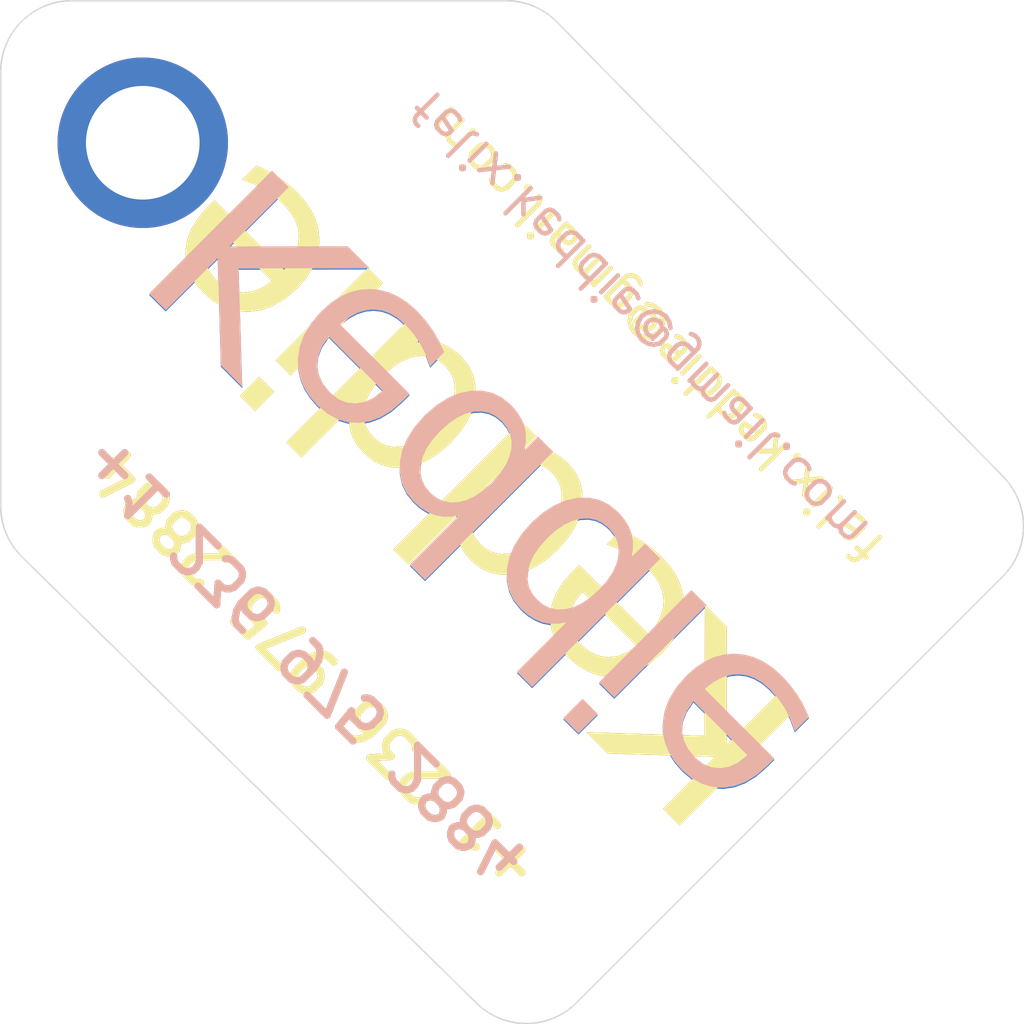
<source format=kicad_pcb>
(kicad_pcb
	(version 20241229)
	(generator "pcbnew")
	(generator_version "9.0")
	(general
		(thickness 1.6)
		(legacy_teardrops no)
	)
	(paper "A4")
	(layers
		(0 "F.Cu" signal)
		(2 "B.Cu" signal)
		(9 "F.Adhes" user "F.Adhesive")
		(11 "B.Adhes" user "B.Adhesive")
		(13 "F.Paste" user)
		(15 "B.Paste" user)
		(5 "F.SilkS" user "F.Silkscreen")
		(7 "B.SilkS" user "B.Silkscreen")
		(1 "F.Mask" user)
		(3 "B.Mask" user)
		(17 "Dwgs.User" user "User.Drawings")
		(19 "Cmts.User" user "User.Comments")
		(21 "Eco1.User" user "User.Eco1")
		(23 "Eco2.User" user "User.Eco2")
		(25 "Edge.Cuts" user)
		(27 "Margin" user)
		(31 "F.CrtYd" user "F.Courtyard")
		(29 "B.CrtYd" user "B.Courtyard")
		(35 "F.Fab" user)
		(33 "B.Fab" user)
		(39 "User.1" user)
		(41 "User.2" user)
		(43 "User.3" user)
		(45 "User.4" user)
		(47 "User.5" user)
		(49 "User.6" user)
		(51 "User.7" user)
		(53 "User.8" user)
		(55 "User.9" user)
	)
	(setup
		(pad_to_mask_clearance 0)
		(allow_soldermask_bridges_in_footprints no)
		(tenting front back)
		(pcbplotparams
			(layerselection 0x00000000_00000000_55555555_575555ff)
			(plot_on_all_layers_selection 0x00000000_00000000_00000000_00000000)
			(disableapertmacros no)
			(usegerberextensions yes)
			(usegerberattributes no)
			(usegerberadvancedattributes yes)
			(creategerberjobfile yes)
			(dashed_line_dash_ratio 12.000000)
			(dashed_line_gap_ratio 3.000000)
			(svgprecision 4)
			(plotframeref no)
			(mode 1)
			(useauxorigin no)
			(hpglpennumber 1)
			(hpglpenspeed 20)
			(hpglpendiameter 15.000000)
			(pdf_front_fp_property_popups yes)
			(pdf_back_fp_property_popups yes)
			(pdf_metadata yes)
			(pdf_single_document no)
			(dxfpolygonmode yes)
			(dxfimperialunits yes)
			(dxfusepcbnewfont yes)
			(psnegative no)
			(psa4output no)
			(plot_black_and_white yes)
			(sketchpadsonfab no)
			(plotpadnumbers no)
			(hidednponfab no)
			(sketchdnponfab yes)
			(crossoutdnponfab yes)
			(subtractmaskfromsilk no)
			(outputformat 1)
			(mirror no)
			(drillshape 0)
			(scaleselection 1)
			(outputdirectory "gerbers-small/")
		)
	)
	(net 0 "")
	(gr_arc
		(start 90.535534 120.535534)
		(mid 87 122)
		(end 83.464466 120.535534)
		(stroke
			(width 0.1)
			(type default)
		)
		(layer "Edge.Cuts")
		(uuid "1f006083-3d79-49cb-8f91-9f326c9f174e")
	)
	(gr_line
		(start 85.586583 50)
		(end 55 50)
		(stroke
			(width 0.1)
			(type default)
		)
		(layer "Edge.Cuts")
		(uuid "1f4520cb-013b-4e22-b3f6-f7778c8c377a")
	)
	(gr_line
		(start 51.464466 89.122117)
		(end 83.464466 120.535534)
		(stroke
			(width 0.1)
			(type default)
		)
		(layer "Edge.Cuts")
		(uuid "3ac818c4-e948-4456-b17d-21e0c39e1054")
	)
	(gr_arc
		(start 50 55)
		(mid 51.464466 51.464466)
		(end 55 50)
		(stroke
			(width 0.1)
			(type default)
		)
		(layer "Edge.Cuts")
		(uuid "65c34932-a135-4b4e-9bf7-96b2d8f9a30f")
	)
	(gr_arc
		(start 51.464466 89.122117)
		(mid 50.380602 87.5)
		(end 50 85.586583)
		(stroke
			(width 0.1)
			(type default)
		)
		(layer "Edge.Cuts")
		(uuid "669f6fe5-9198-46f8-9b79-a10903b37d83")
	)
	(gr_line
		(start 50 55)
		(end 50 85.586583)
		(stroke
			(width 0.1)
			(type default)
		)
		(layer "Edge.Cuts")
		(uuid "76db7aa7-3f2a-4bfa-9211-e0a4d81c12ba")
	)
	(gr_arc
		(start 85.586583 50)
		(mid 87.5 50.380602)
		(end 89.122117 51.464466)
		(stroke
			(width 0.1)
			(type default)
		)
		(layer "Edge.Cuts")
		(uuid "9069d2e9-55e8-4b96-9c5f-0799d96cc856")
	)
	(gr_line
		(start 120.535534 90.535534)
		(end 90.535534 120.535534)
		(stroke
			(width 0.1)
			(type default)
		)
		(layer "Edge.Cuts")
		(uuid "b8f5fd7a-e6c6-4a35-a96e-f1e5664bbdcb")
	)
	(gr_arc
		(start 120.535534 83.464466)
		(mid 122 87)
		(end 120.535534 90.535534)
		(stroke
			(width 0.1)
			(type default)
		)
		(layer "Edge.Cuts")
		(uuid "c3657e67-c73c-47ea-8fe7-b902f45a1dd1")
	)
	(gr_line
		(start 120.535534 83.464466)
		(end 89.122117 51.464466)
		(stroke
			(width 0.1)
			(type default)
		)
		(layer "Edge.Cuts")
		(uuid "fae08d36-5f1d-4a78-9d8d-4a718594e828")
	)
	(gr_text "Keddie"
		(at 84 84 135)
		(layer "F.Cu")
		(uuid "3991cf71-7535-4408-9bf5-bb77e9c48f7f")
		(effects
			(font
				(face "Comic Sans MS")
				(size 12 12)
				(thickness 0.15)
			)
		)
		(render_cache "Keddie" 135
			(polygon
				(pts
					(xy 99.838594 92.331577) (xy 100.166297 92.789761) (xy 100.455053 93.539175) (xy 100.679355 94.693686)
					(xy 100.798665 96.391026) (xy 100.785194 99.870702) (xy 100.866539 99.789358) (xy 103.910996 96.756299)
					(xy 104.214999 96.525358) (xy 104.479068 96.451153) (xy 104.728875 96.499944) (xy 104.989198 96.686353)
					(xy 105.162336 96.923762) (xy 105.241152 97.191129) (xy 105.227014 97.504461) (xy 105.099973 97.875443)
					(xy 104.87314 98.182676) (xy 100.732864 102.161299) (xy 96.59777 106.133704) (xy 96.324602 106.323436)
					(xy 96.009189 106.391727) (xy 95.694327 106.337672) (xy 95.426307 106.15702) (xy 95.241015 105.883836)
					(xy 95.1859 105.568438) (xy 95.254191 105.253025) (xy 95.443923 104.979857) (xy 97.265105 103.298567)
					(xy 99.086287 101.604841) (xy 97.501937 101.606112) (xy 95.480191 101.698102) (xy 91.885493 101.965451)
					(xy 91.498427 101.923342) (xy 91.219194 101.75095) (xy 91.044944 101.491302) (xy 90.981896 101.165477)
					(xy 91.039677 100.838001) (xy 91.225412 100.562389) (xy 91.562015 100.393553) (xy 92.554102 100.198698)
					(xy 94.761562 100.016811) (xy 96.92704 99.946914) (xy 99.109603 99.934949) (xy 99.110833 98.329144)
					(xy 99.030849 95.6553) (xy 98.932925 94.535648) (xy 98.811901 93.966667) (xy 98.602884 93.43983)
					(xy 98.477612 93.039576) (xy 98.519023 92.707576) (xy 98.718942 92.40774) (xy 98.939411 92.246708)
					(xy 99.217889 92.152309) (xy 99.56174 92.163007)
				)
			)
			(polygon
				(pts
					(xy 92.876334 86.657639) (xy 93.665226 86.88461) (xy 94.490594 87.260668) (xy 95.193854 87.704738)
					(xy 95.788989 88.215653) (xy 96.397616 88.914856) (xy 96.831389 89.605497) (xy 97.112319 90.294869)
					(xy 97.254225 90.992762) (xy 97.244425 91.769914) (xy 97.058324 92.503713) (xy 96.688394 93.213106)
					(xy 96.109185 93.911835) (xy 95.307226 94.614853) (xy 94.501107 95.13741) (xy 93.684268 95.499068)
					(xy 92.847637 95.712293) (xy 92.08944 95.774332) (xy 91.400801 95.702208) (xy 90.766156 95.503274)
					(xy 90.172719 95.174977) (xy 89.611476 94.705073) (xy 89.015996 94.028853) (xy 88.610733 93.400825)
					(xy 88.36385 92.810836) (xy 88.262282 92.244508) (xy 88.302733 91.814496) (xy 89.708364 91.814496)
					(xy 89.817409 92.423328) (xy 90.115296 93.038176) (xy 90.639421 93.677128) (xy 91.147318 94.061981)
					(xy 91.714567 94.268515) (xy 92.366306 94.303532) (xy 93.024255 94.178797) (xy 93.800528 93.876096)
					(xy 94.72374 93.34916) (xy 92.094294 92.419139) (xy 90.613416 91.973888) (xy 89.708364 91.814496)
					(xy 88.302733 91.814496) (xy 88.309657 91.740894) (xy 88.497806 91.277676) (xy 88.841036 90.838363)
					(xy 89.145423 90.60738) (xy 89.517774 90.459864) (xy 89.976795 90.399442) (xy 90.547196 90.442003)
					(xy 91.149872 90.591329) (xy 92.427962 91.019186) (xy 95.696246 92.179769) (xy 95.756673 91.644586)
					(xy 95.727844 91.136334) (xy 95.612311 90.647178) (xy 95.413302 90.183955) (xy 95.122065 89.728298)
					(xy 94.727366 89.276239) (xy 94.279038 88.896746) (xy 93.637766 88.488183) (xy 93.033801 88.20401)
					(xy 92.587679 88.094548) (xy 92.255947 88.108403) (xy 91.921923 88.14537) (xy 91.687901 88.1017)
					(xy 91.522811 87.994935) (xy 91.370496 87.767152) (xy 91.315046 87.478372) (xy 91.363285 87.189032)
					(xy 91.514003 86.960255) (xy 91.849662 86.730266) (xy 92.289553 86.62285)
				)
			)
			(polygon
				(pts
					(xy 86.729016 79.429458) (xy 86.967523 79.593145) (xy 87.122076 79.848701) (xy 87.136685 80.181118)
					(xy 86.973741 80.641814) (xy 87.675444 80.800125) (xy 88.304266 81.044909) (xy 88.879083 81.384662)
					(xy 89.396975 81.82364) (xy 89.931515 82.462576) (xy 90.299617 83.132438) (xy 90.516846 83.843561)
					(xy 90.587091 84.610593) (xy 90.507079 85.394021) (xy 90.273016 86.130553) (xy 89.878271 86.834552)
					(xy 89.304232 87.516195) (xy 88.478724 88.228575) (xy 87.661294 88.725537) (xy 86.842129 89.034672)
					(xy 86.00797 89.172098) (xy 85.158978 89.138833) (xy 84.377443 88.9323) (xy 83.644267 88.549924)
					(xy 82.945897 87.973174) (xy 82.527147 87.499769) (xy 82.261909 87.088468) (xy 82.117427 86.727102)
					(xy 81.972354 85.782056) (xy 79.617225 87.935984) (xy 78.47558 88.896459) (xy 78.075527 89.097757)
					(xy 77.742576 89.089411) (xy 77.428465 88.888688) (xy 77.229054 88.614587) (xy 77.173395 88.358219)
					(xy 77.241858 88.094667) (xy 77.463697 87.798569) (xy 78.549002 86.797577) (xy 80.474556 85.141346)
					(xy 83.33664 85.141346) (xy 83.375416 85.74786) (xy 83.595014 86.31234) (xy 84.016845 86.855595)
					(xy 84.540795 87.298556) (xy 85.047433 87.579605) (xy 85.546582 87.723789) (xy 86.050974 87.743648)
					(xy 86.545361 87.646845) (xy 87.07111 87.424981) (xy 87.63998 87.055072) (xy 88.262299 86.505348)
					(xy 88.676767 85.972334) (xy 88.923896 85.376416) (xy 89.010978 84.6966) (xy 88.931935 84.015599)
					(xy 88.697092 83.430339) (xy 88.302712 82.917904) (xy 87.793024 82.503314) (xy 87.301191 82.273884)
					(xy 86.934459 82.195361) (xy 86.179985 82.108086) (xy 85.832846 82.118449) (xy 84.854123 83.132404)
					(xy 84.18057 83.794558) (xy 83.489402 84.461893) (xy 83.33664 85.141346) (xy 80.474556 85.141346)
					(xy 81.25787 84.467592) (xy 82.163563 83.666074) (xy 83.033459 82.83086) (xy 84.794591 80.96481)
					(xy 85.772745 79.733036) (xy 85.894502 79.587445) (xy 86.148497 79.415533) (xy 86.439562 79.366727)
				)
			)
			(polygon
				(pts
					(xy 79.75723 72.457671) (xy 79.995737 72.621358) (xy 80.150289 72.876915) (xy 80.164898 73.209331)
					(xy 80.001954 73.670028) (xy 80.703657 73.828338) (xy 81.332479 74.073123) (xy 81.907296 74.412875)
					(xy 82.425189 74.851853) (xy 82.959729 75.490789) (xy 83.32783 76.160651) (xy 83.54506 76.871775)
					(xy 83.615304 77.638806) (xy 83.535292 78.422234) (xy 83.30123 79.158767) (xy 82.906485 79.862765)
					(xy 82.332446 80.544408) (xy 81.506938 81.256788) (xy 80.689508 81.75375) (xy 79.870342 82.062885)
					(xy 79.036183 82.200311) (xy 78.187191 82.167047) (xy 77.405656 81.960513) (xy 76.67248 81.578137)
					(xy 75.97411 81.001388) (xy 75.55536 80.527982) (xy 75.290122 80.116682) (xy 75.14564 79.755315)
					(xy 75.000568 78.810269) (xy 72.645439 80.964197) (xy 71.503794 81.924673) (xy 71.10374 82.125971)
					(xy 70.770789 82.117624) (xy 70.456679 81.916901) (xy 70.257267 81.642801) (xy 70.201609 81.386433)
					(xy 70.270071 81.122881) (xy 70.491911 80.826782) (xy 71.577215 79.825791) (xy 73.502771 78.169559)
					(xy 76.364853 78.169559) (xy 76.403629 78.776074) (xy 76.623227 79.340554) (xy 77.045059 79.883809)
					(xy 77.569008 80.326769) (xy 78.075646 80.607818) (xy 78.574796 80.752002) (xy 79.079187 80.771862)
					(xy 79.573575 80.675058) (xy 80.099324 80.453195) (xy 80.668193 80.083285) (xy 81.290512 79.533561)
					(xy 81.70498 79.000547) (xy 81.952109 78.404629) (xy 82.039191 77.724814) (xy 81.960149 77.043812)
					(xy 81.725305 76.458552) (xy 81.330925 75.946117) (xy 80.821237 75.531528) (xy 80.329404 75.302097)
					(xy 79.962673 75.223574) (xy 79.208198 75.1363) (xy 78.86106 75.146662) (xy 77.882336 76.160617)
					(xy 77.208784 76.822771) (xy 76.517615 77.490107) (xy 76.364853 78.169559) (xy 73.502771 78.169559)
					(xy 74.286084 77.495806) (xy 75.191776 76.694287) (xy 76.061672 75.859073) (xy 77.822805 73.993024)
					(xy 78.800958 72.76125) (xy 78.922716 72.615659) (xy 79.17671 72.443747) (xy 79.467775 72.394941)
				)
			)
			(polygon
				(pts
					(xy 69.343763 76.957482) (xy 69.553077 77.265722) (xy 69.626137 77.63777) (xy 69.557945 78.010112)
					(xy 69.347908 78.321167) (xy 69.036926 78.531098) (xy 68.665029 78.598878) (xy 68.292535 78.526184)
					(xy 67.984223 78.317022) (xy 67.775694 78.009143) (xy 67.705476 77.639324) (xy 67.775082 77.269658)
					(xy 67.985777 76.959036) (xy 68.296472 76.748235) (xy 68.666583 76.678217) (xy 69.035957 76.7488)
				)
			)
			(polygon
				(pts
					(xy 73.781956 71.998063) (xy 74.803165 70.936441) (xy 75.823338 69.874818) (xy 76.09929 69.679619)
					(xy 76.39793 69.613169) (xy 76.696041 69.670643) (xy 76.971486 69.862383) (xy 77.159619 70.13357)
					(xy 77.218628 70.433867) (xy 77.153971 70.734722) (xy 76.959569 71.011049) (xy 75.938878 72.072154)
					(xy 74.917669 73.133776) (xy 73.5001 74.436323) (xy 72.082013 75.738352) (xy 71.800598 75.93734)
					(xy 71.499649 76.002592) (xy 71.198908 75.943943) (xy 70.927647 75.755968) (xy 70.740203 75.485249)
					(xy 70.68206 75.185003) (xy 70.746954 74.88361) (xy 70.945781 74.602121) (xy 72.363869 73.300092)
				)
			)
			(polygon
				(pts
					(xy 69.100966 62.882271) (xy 69.889858 63.109242) (xy 70.715227 63.485301) (xy 71.418487 63.929371)
					(xy 72.013621 64.440286) (xy 72.622248 65.139488) (xy 73.056022 65.83013) (xy 73.336952 66.519501)
					(xy 73.478857 67.217394) (xy 73.469057 67.994546) (xy 73.282957 68.728346) (xy 72.913027 69.437738)
					(xy 72.333818 70.136467) (xy 71.531859 70.839485) (xy 70.725739 71.362043) (xy 69.908901 71.7237)
					(xy 69.072269 71.936925) (xy 68.314073 71.998964) (xy 67.625433 71.92684) (xy 66.990788 71.727906)
					(xy 66.397352 71.39961) (xy 65.836108 70.929705) (xy 65.240628 70.253486) (xy 64.835366 69.625457)
					(xy 64.588482 69.035468) (xy 64.486915 68.46914) (xy 64.527365 68.039128) (xy 65.932996 68.039128)
					(xy 66.042041 68.647961) (xy 66.339928 69.262808) (xy 66.864053 69.90176) (xy 67.37195 70.286614)
					(xy 67.9392 70.493148) (xy 68.590938 70.528164) (xy 69.248887 70.403429) (xy 70.02516 70.100729)
					(xy 70.948372 69.573792) (xy 68.318927 68.643771) (xy 66.838049 68.19852) (xy 65.932996 68.039128)
					(xy 64.527365 68.039128) (xy 64.534289 67.965527) (xy 64.722438 67.502309) (xy 65.065668 67.062995)
					(xy 65.370055 66.832013) (xy 65.742406 66.684496) (xy 66.201427 66.624074) (xy 66.771828 66.666636)
					(xy 67.374504 66.815961) (xy 68.652594 67.243818) (xy 71.920878 68.404401) (xy 71.981306 67.869219)
					(xy 71.952476 67.360967) (xy 71.836943 66.87181) (xy 71.637934 66.408587) (xy 71.346697 65.952931)
					(xy 70.951999 65.500872) (xy 70.50367 65.121379) (xy 69.862398 64.712815) (xy 69.258434 64.428643)
					(xy 68.812311 64.31918) (xy 68.480579 64.333035) (xy 68.146556 64.370002) (xy 67.912533 64.326332)
					(xy 67.747443 64.219568) (xy 67.595129 63.991785) (xy 67.539678 63.703005) (xy 67.587918 63.413664)
					(xy 67.738635 63.184887) (xy 68.074294 62.954898) (xy 68.514186 62.847483)
				)
			)
		)
	)
	(gr_text " +1 236 975 2884"
		(at 73 98 135)
		(layer "F.Cu")
		(uuid "58fca607-0bb4-4ee8-9a9a-19d8a69cb77d")
		(effects
			(font
				(size 3 3)
				(thickness 0.5)
				(bold yes)
			)
		)
	)
	(gr_text "felix.keddie@gmail.com"
		(at 96 73.5 135)
		(layer "F.Cu")
		(uuid "bbb8830a-86ef-402d-974d-79238d173666")
		(effects
			(font
				(size 2.5 2.5)
				(thickness 0.3)
			)
		)
	)
	(gr_text "Keddie"
		(at 84.5 84.5 135)
		(layer "B.Cu")
		(uuid "2ceb8c3d-2104-471a-b033-3f38714934ed")
		(effects
			(font
				(face "Comic Sans MS")
				(size 12 12)
				(thickness 0.15)
			)
			(justify mirror)
		)
		(render_cache "Keddie" 135
			(polygon
				(pts
					(xy 76.168422 68.661405) (xy 75.710238 68.333702) (xy 74.960824 68.044946) (xy 73.806313 67.820644)
					(xy 72.108973 67.701334) (xy 68.629297 67.714805) (xy 68.710641 67.63346) (xy 71.7437 64.589003)
					(xy 71.974641 64.285) (xy 72.048846 64.020931) (xy 72.000055 63.771124) (xy 71.813646 63.510801)
					(xy 71.576237 63.337663) (xy 71.30887 63.258847) (xy 70.995538 63.272985) (xy 70.624556 63.400026)
					(xy 70.317323 63.626859) (xy 66.3387 67.767135) (xy 62.366295 71.902229) (xy 62.176563 72.175397)
					(xy 62.108272 72.49081) (xy 62.162327 72.805672) (xy 62.342979 73.073692) (xy 62.616163 73.258984)
					(xy 62.931561 73.314099) (xy 63.246974 73.245808) (xy 63.520142 73.056076) (xy 65.201432 71.234894)
					(xy 66.895158 69.413712) (xy 66.893887 70.998062) (xy 66.801897 73.019808) (xy 66.534548 76.614506)
					(xy 66.576657 77.001572) (xy 66.749049 77.280805) (xy 67.008697 77.455055) (xy 67.334522 77.518103)
					(xy 67.661998 77.460322) (xy 67.93761 77.274587) (xy 68.106446 76.937984) (xy 68.301301 75.945897)
					(xy 68.483188 73.738437) (xy 68.553085 71.572959) (xy 68.56505 69.390396) (xy 70.170855 69.389166)
					(xy 72.844699 69.46915) (xy 73.964351 69.567074) (xy 74.533332 69.688098) (xy 75.060169 69.897115)
					(xy 75.460423 70.022387) (xy 75.792423 69.980976) (xy 76.092259 69.781057) (xy 76.253291 69.560588)
					(xy 76.34769 69.28211) (xy 76.336992 68.938259)
				)
			)
			(polygon
				(pts
					(xy 78.20513 71.38768) (xy 78.894502 71.66861) (xy 79.585143 72.102383) (xy 80.284346 72.71101)
					(xy 80.795261 73.306145) (xy 81.239331 74.009405) (xy 81.615389 74.834773) (xy 81.84236 75.623665)
					(xy 81.877149 76.210446) (xy 81.769733 76.650337) (xy 81.539744 76.985996) (xy 81.310967 77.136714)
					(xy 81.021627 77.184953) (xy 80.732847 77.129503) (xy 80.505064 76.977188) (xy 80.398299 76.812098)
					(xy 80.354629 76.578076) (xy 80.391596 76.244052) (xy 80.405451 75.91232) (xy 80.295989 75.466198)
					(xy 80.011816 74.862233) (xy 79.603253 74.220961) (xy 79.22376 73.772633) (xy 78.771701 73.377934)
					(xy 78.316044 73.086697) (xy 77.852821 72.887688) (xy 77.363665 72.772155) (xy 76.855413 72.743326)
					(xy 76.32023 72.803753) (xy 77.480813 76.072037) (xy 77.90867 77.350127) (xy 78.057996 77.952803)
					(xy 78.100557 78.523204) (xy 78.040135 78.982225) (xy 77.892619 79.354576) (xy 77.661636 79.658963)
					(xy 77.222323 80.002193) (xy 76.759105 80.190342) (xy 76.255491 80.237717) (xy 75.689163 80.136149)
					(xy 75.099174 79.889266) (xy 74.471146 79.484003) (xy 73.794926 78.888523) (xy 73.325022 78.32728)
					(xy 72.996725 77.733843) (xy 72.797791 77.099198) (xy 72.725667 76.410559) (xy 72.748321 76.133693)
					(xy 74.196467 76.133693) (xy 74.231484 76.785432) (xy 74.438018 77.352681) (xy 74.822871 77.860578)
					(xy 75.461823 78.384703) (xy 76.076671 78.68259) (xy 76.685503 78.791635) (xy 76.526111 77.886583)
					(xy 76.08086 76.405705) (xy 75.150839 73.776259) (xy 74.623903 74.699471) (xy 74.321202 75.475744)
					(xy 74.196467 76.133693) (xy 72.748321 76.133693) (xy 72.787706 75.652362) (xy 73.000931 74.815731)
					(xy 73.362589 73.998892) (xy 73.885146 73.192773) (xy 74.588164 72.390814) (xy 75.286893 71.811605)
					(xy 75.996286 71.441675) (xy 76.730085 71.255574) (xy 77.507237 71.245774)
				)
			)
			(polygon
				(pts
					(xy 84.656438 77.983153) (xy 85.367561 78.200382) (xy 86.037423 78.568484) (xy 86.676359 79.103024)
					(xy 87.115337 79.620916) (xy 87.45509 80.195733) (xy 87.699874 80.824555) (xy 87.858185 81.526258)
					(xy 88.318881 81.363314) (xy 88.651298 81.377923) (xy 88.906854 81.532476) (xy 89.070541 81.770983)
					(xy 89.133272 82.060437) (xy 89.084466 82.351502) (xy 88.912554 82.605497) (xy 88.766963 82.727254)
					(xy 87.535189 83.705408) (xy 85.669139 85.46654) (xy 84.833925 86.336436) (xy 84.032407 87.242129)
					(xy 81.702422 89.950997) (xy 80.70143 91.036302) (xy 80.405332 91.258141) (xy 80.14178 91.326604)
					(xy 79.885412 91.270945) (xy 79.611311 91.071534) (xy 79.410588 90.757423) (xy 79.402242 90.424472)
					(xy 79.60354 90.024419) (xy 80.564015 88.882774) (xy 82.717943 86.527645) (xy 81.772897 86.382572)
					(xy 81.411531 86.23809) (xy 81.00023 85.972852) (xy 80.526825 85.554102) (xy 79.950075 84.855732)
					(xy 79.567699 84.122556) (xy 79.361166 83.341021) (xy 79.327901 82.492029) (xy 79.334986 82.449025)
					(xy 80.756351 82.449025) (xy 80.77621 82.953417) (xy 80.920394 83.452566) (xy 81.201443 83.959204)
					(xy 81.644404 84.483154) (xy 82.187659 84.904985) (xy 82.752139 85.124583) (xy 83.358653 85.163359)
					(xy 84.038106 85.010597) (xy 84.705441 84.319429) (xy 85.367595 83.645876) (xy 86.38155 82.667153)
					(xy 86.391913 82.320014) (xy 86.304638 81.56554) (xy 86.226115 81.198808) (xy 85.996685 80.706975)
					(xy 85.582095 80.197287) (xy 85.06966 79.802907) (xy 84.4844 79.568064) (xy 83.803399 79.489021)
					(xy 83.123583 79.576103) (xy 82.527665 79.823232) (xy 81.994651 80.2377) (xy 81.444927 80.860019)
					(xy 81.075018 81.428889) (xy 80.853154 81.954638) (xy 80.756351 82.449025) (xy 79.334986 82.449025)
					(xy 79.465327 81.65787) (xy 79.774462 80.838705) (xy 80.271424 80.021275) (xy 80.983804 79.195767)
					(xy 81.665447 78.621728) (xy 82.369446 78.226983) (xy 83.105978 77.99292) (xy 83.889406 77.912908)
				)
			)
			(polygon
				(pts
					(xy 91.628224 84.954939) (xy 92.339348 85.172169) (xy 93.00921 85.54027) (xy 93.648146 86.07481)
					(xy 94.087124 86.592703) (xy 94.426876 87.16752) (xy 94.671661 87.796342) (xy 94.829971 88.498045)
					(xy 95.290668 88.335101) (xy 95.623084 88.34971) (xy 95.878641 88.504262) (xy 96.042328 88.742769)
					(xy 96.105058 89.032224) (xy 96.056252 89.323289) (xy 95.88434 89.577283) (xy 95.738749 89.699041)
					(xy 94.506975 90.677194) (xy 92.640926 92.438327) (xy 91.805712 93.308223) (xy 91.004193 94.213915)
					(xy 88.674208 96.922784) (xy 87.673217 98.008088) (xy 87.377118 98.229928) (xy 87.113566 98.29839)
					(xy 86.857198 98.242732) (xy 86.583098 98.04332) (xy 86.382375 97.72921) (xy 86.374028 97.396259)
					(xy 86.575326 96.996205) (xy 87.535802 95.85456) (xy 89.68973 93.499431) (xy 88.744684 93.354359)
					(xy 88.383317 93.209877) (xy 87.972017 92.944639) (xy 87.498611 92.525889) (xy 86.921862 91.827519)
					(xy 86.539486 91.094343) (xy 86.332952 90.312808) (xy 86.299688 89.463816) (xy 86.306773 89.420812)
					(xy 87.728137 89.420812) (xy 87.747997 89.925203) (xy 87.892181 90.424353) (xy 88.17323 90.930991)
					(xy 88.61619 91.45494) (xy 89.159445 91.876772) (xy 89.723925 92.09637) (xy 90.33044 92.135146)
					(xy 91.009892 91.982384) (xy 91.677228 91.291215) (xy 92.339382 90.617663) (xy 93.353337 89.638939)
					(xy 93.363699 89.291801) (xy 93.276425 88.537326) (xy 93.197902 88.170595) (xy 92.968471 87.678762)
					(xy 92.553882 87.169074) (xy 92.041447 86.774694) (xy 91.456187 86.53985) (xy 90.775185 86.460808)
					(xy 90.09537 86.54789) (xy 89.499452 86.795019) (xy 88.966438 87.209487) (xy 88.416714 87.831806)
					(xy 88.046804 88.400675) (xy 87.824941 88.926424) (xy 87.728137 89.420812) (xy 86.306773 89.420812)
					(xy 86.437114 88.629657) (xy 86.746249 87.810491) (xy 87.243211 86.993061) (xy 87.955591 86.167553)
					(xy 88.637234 85.593514) (xy 89.341232 85.198769) (xy 90.077765 84.964707) (xy 90.861193 84.884695)
				)
			)
			(polygon
				(pts
					(xy 91.542517 99.156236) (xy 91.234277 98.946922) (xy 90.862229 98.873862) (xy 90.489887 98.942054)
					(xy 90.178832 99.152091) (xy 89.968901 99.463073) (xy 89.901121 99.83497) (xy 89.973815 100.207464)
					(xy 90.182977 100.515776) (xy 90.490856 100.724305) (xy 90.860675 100.794523) (xy 91.230341 100.724917)
					(xy 91.540963 100.514222) (xy 91.751764 100.203527) (xy 91.821782 99.833416) (xy 91.751199 99.464042)
				)
			)
			(polygon
				(pts
					(xy 96.501936 94.718043) (xy 97.563558 93.696834) (xy 98.625181 92.676661) (xy 98.82038 92.400709)
					(xy 98.88683 92.102069) (xy 98.829356 91.803958) (xy 98.637616 91.528513) (xy 98.366429 91.34038)
					(xy 98.066132 91.281371) (xy 97.765277 91.346028) (xy 97.48895 91.54043) (xy 96.427845 92.561121)
					(xy 95.366223 93.58233) (xy 94.063676 94.999899) (xy 92.761647 96.417986) (xy 92.562659 96.699401)
					(xy 92.497407 97.00035) (xy 92.556056 97.301091) (xy 92.744031 97.572352) (xy 93.01475 97.759796)
					(xy 93.314996 97.817939) (xy 93.616389 97.753045) (xy 93.897878 97.554218) (xy 95.199907 96.13613)
				)
			)
			(polygon
				(pts
					(xy 101.980498 95.163047) (xy 102.669869 95.443977) (xy 103.360511 95.877751) (xy 104.059713 96.486378)
					(xy 104.570628 97.081512) (xy 105.014698 97.784772) (xy 105.390757 98.610141) (xy 105.617728 99.399033)
					(xy 105.652516 99.985813) (xy 105.545101 100.425705) (xy 105.315112 100.761364) (xy 105.086335 100.912081)
					(xy 104.796994 100.960321) (xy 104.508214 100.90487) (xy 104.280431 100.752556) (xy 104.173667 100.587466)
					(xy 104.129997 100.353443) (xy 104.166964 100.01942) (xy 104.180819 99.687688) (xy 104.071356 99.241565)
					(xy 103.787184 98.637601) (xy 103.37862 97.996329) (xy 102.999127 97.548) (xy 102.547068 97.153302)
					(xy 102.091412 96.862065) (xy 101.628189 96.663056) (xy 101.139032 96.547523) (xy 100.63078 96.518693)
					(xy 100.095598 96.579121) (xy 101.256181 99.847405) (xy 101.684038 101.125495) (xy 101.833363 101.728171)
					(xy 101.875925 102.298572) (xy 101.815503 102.757593) (xy 101.667986 103.129944) (xy 101.437004 103.434331)
					(xy 100.99769 103.777561) (xy 100.534472 103.96571) (xy 100.030859 104.013084) (xy 99.464531 103.911517)
					(xy 98.874542 103.664633) (xy 98.246513 103.259371) (xy 97.570294 102.663891) (xy 97.100389 102.102647)
					(xy 96.772093 101.509211) (xy 96.573159 100.874566) (xy 96.501035 100.185926) (xy 96.523689 99.909061)
					(xy 97.971835 99.909061) (xy 98.006851 100.560799) (xy 98.213385 101.128049) (xy 98.598239 101.635946)
					(xy 99.237191 102.160071) (xy 99.852038 102.457958) (xy 100.460871 102.567003) (xy 100.301479 101.66195)
					(xy 99.856228 100.181072) (xy 98.926207 97.551627) (xy 98.39927 98.474839) (xy 98.09657 99.251112)
					(xy 97.971835 99.909061) (xy 96.523689 99.909061) (xy 96.563074 99.42773) (xy 96.776299 98.591098)
					(xy 97.137956 97.77426) (xy 97.660514 96.96814) (xy 98.363532 96.166181) (xy 99.062261 95.586972)
					(xy 99.771653 95.217042) (xy 100.505453 95.030942) (xy 101.282605 95.021142)
				)
			)
		)
	)
	(gr_text "felix.keddie@gmail.com"
		(at 95 72.5 135)
		(layer "B.Cu")
		(uuid "92aa7bcd-a144-42ab-bc0d-21e8c35a8c8b")
		(effects
			(font
				(size 2.5 2.5)
				(thickness 0.3)
			)
			(justify mirror)
		)
	)
	(gr_text " +1 236 975 2884"
		(at 70.5 95.5 135)
		(layer "B.Cu")
		(uuid "b0b23e4b-9f1c-462f-a569-55cf28d785ce")
		(effects
			(font
				(size 3 3)
				(thickness 0.5)
				(bold yes)
			)
			(justify mirror)
		)
	)
	(gr_text "felix.keddie@gmail.com"
		(at 96 73.5 135)
		(layer "F.SilkS")
		(uuid "2ce92440-e307-4016-bc4e-ef96eae850c7")
		(effects
			(font
				(size 2.5 2.5)
				(thickness 0.3)
			)
		)
	)
	(gr_text "Keddie"
		(at 84 84 135)
		(layer "F.SilkS")
		(uuid "73ba9629-394a-4be9-9346-027e0e1112c0")
		(effects
			(font
				(face "Comic Sans MS")
				(size 12 12)
				(thickness 0.15)
			)
		)
		(render_cache "Keddie" 135
			(polygon
				(pts
					(xy 99.838594 92.331577) (xy 100.166297 92.789761) (xy 100.455053 93.539175) (xy 100.679355 94.693686)
					(xy 100.798665 96.391026) (xy 100.785194 99.870702) (xy 100.866539 99.789358) (xy 103.910996 96.756299)
					(xy 104.214999 96.525358) (xy 104.479068 96.451153) (xy 104.728875 96.499944) (xy 104.989198 96.686353)
					(xy 105.162336 96.923762) (xy 105.241152 97.191129) (xy 105.227014 97.504461) (xy 105.099973 97.875443)
					(xy 104.87314 98.182676) (xy 100.732864 102.161299) (xy 96.59777 106.133704) (xy 96.324602 106.323436)
					(xy 96.009189 106.391727) (xy 95.694327 106.337672) (xy 95.426307 106.15702) (xy 95.241015 105.883836)
					(xy 95.1859 105.568438) (xy 95.254191 105.253025) (xy 95.443923 104.979857) (xy 97.265105 103.298567)
					(xy 99.086287 101.604841) (xy 97.501937 101.606112) (xy 95.480191 101.698102) (xy 91.885493 101.965451)
					(xy 91.498427 101.923342) (xy 91.219194 101.75095) (xy 91.044944 101.491302) (xy 90.981896 101.165477)
					(xy 91.039677 100.838001) (xy 91.225412 100.562389) (xy 91.562015 100.393553) (xy 92.554102 100.198698)
					(xy 94.761562 100.016811) (xy 96.92704 99.946914) (xy 99.109603 99.934949) (xy 99.110833 98.329144)
					(xy 99.030849 95.6553) (xy 98.932925 94.535648) (xy 98.811901 93.966667) (xy 98.602884 93.43983)
					(xy 98.477612 93.039576) (xy 98.519023 92.707576) (xy 98.718942 92.40774) (xy 98.939411 92.246708)
					(xy 99.217889 92.152309) (xy 99.56174 92.163007)
				)
			)
			(polygon
				(pts
					(xy 92.876334 86.657639) (xy 93.665226 86.88461) (xy 94.490594 87.260668) (xy 95.193854 87.704738)
					(xy 95.788989 88.215653) (xy 96.397616 88.914856) (xy 96.831389 89.605497) (xy 97.112319 90.294869)
					(xy 97.254225 90.992762) (xy 97.244425 91.769914) (xy 97.058324 92.503713) (xy 96.688394 93.213106)
					(xy 96.109185 93.911835) (xy 95.307226 94.614853) (xy 94.501107 95.13741) (xy 93.684268 95.499068)
					(xy 92.847637 95.712293) (xy 92.08944 95.774332) (xy 91.400801 95.702208) (xy 90.766156 95.503274)
					(xy 90.172719 95.174977) (xy 89.611476 94.705073) (xy 89.015996 94.028853) (xy 88.610733 93.400825)
					(xy 88.36385 92.810836) (xy 88.262282 92.244508) (xy 88.302733 91.814496) (xy 89.708364 91.814496)
					(xy 89.817409 92.423328) (xy 90.115296 93.038176) (xy 90.639421 93.677128) (xy 91.147318 94.061981)
					(xy 91.714567 94.268515) (xy 92.366306 94.303532) (xy 93.024255 94.178797) (xy 93.800528 93.876096)
					(xy 94.72374 93.34916) (xy 92.094294 92.419139) (xy 90.613416 91.973888) (xy 89.708364 91.814496)
					(xy 88.302733 91.814496) (xy 88.309657 91.740894) (xy 88.497806 91.277676) (xy 88.841036 90.838363)
					(xy 89.145423 90.60738) (xy 89.517774 90.459864) (xy 89.976795 90.399442) (xy 90.547196 90.442003)
					(xy 91.149872 90.591329) (xy 92.427962 91.019186) (xy 95.696246 92.179769) (xy 95.756673 91.644586)
					(xy 95.727844 91.136334) (xy 95.612311 90.647178) (xy 95.413302 90.183955) (xy 95.122065 89.728298)
					(xy 94.727366 89.276239) (xy 94.279038 88.896746) (xy 93.637766 88.488183) (xy 93.033801 88.20401)
					(xy 92.587679 88.094548) (xy 92.255947 88.108403) (xy 91.921923 88.14537) (xy 91.687901 88.1017)
					(xy 91.522811 87.994935) (xy 91.370496 87.767152) (xy 91.315046 87.478372) (xy 91.363285 87.189032)
					(xy 91.514003 86.960255) (xy 91.849662 86.730266) (xy 92.289553 86.62285)
				)
			)
			(polygon
				(pts
					(xy 86.729016 79.429458) (xy 86.967523 79.593145) (xy 87.122076 79.848701) (xy 87.136685 80.181118)
					(xy 86.973741 80.641814) (xy 87.675444 80.800125) (xy 88.304266 81.044909) (xy 88.879083 81.384662)
					(xy 89.396975 81.82364) (xy 89.931515 82.462576) (xy 90.299617 83.132438) (xy 90.516846 83.843561)
					(xy 90.587091 84.610593) (xy 90.507079 85.394021) (xy 90.273016 86.130553) (xy 89.878271 86.834552)
					(xy 89.304232 87.516195) (xy 88.478724 88.228575) (xy 87.661294 88.725537) (xy 86.842129 89.034672)
					(xy 86.00797 89.172098) (xy 85.158978 89.138833) (xy 84.377443 88.9323) (xy 83.644267 88.549924)
					(xy 82.945897 87.973174) (xy 82.527147 87.499769) (xy 82.261909 87.088468) (xy 82.117427 86.727102)
					(xy 81.972354 85.782056) (xy 79.617225 87.935984) (xy 78.47558 88.896459) (xy 78.075527 89.097757)
					(xy 77.742576 89.089411) (xy 77.428465 88.888688) (xy 77.229054 88.614587) (xy 77.173395 88.358219)
					(xy 77.241858 88.094667) (xy 77.463697 87.798569) (xy 78.549002 86.797577) (xy 80.474556 85.141346)
					(xy 83.33664 85.141346) (xy 83.375416 85.74786) (xy 83.595014 86.31234) (xy 84.016845 86.855595)
					(xy 84.540795 87.298556) (xy 85.047433 87.579605) (xy 85.546582 87.723789) (xy 86.050974 87.743648)
					(xy 86.545361 87.646845) (xy 87.07111 87.424981) (xy 87.63998 87.055072) (xy 88.262299 86.505348)
					(xy 88.676767 85.972334) (xy 88.923896 85.376416) (xy 89.010978 84.6966) (xy 88.931935 84.015599)
					(xy 88.697092 83.430339) (xy 88.302712 82.917904) (xy 87.793024 82.503314) (xy 87.301191 82.273884)
					(xy 86.934459 82.195361) (xy 86.179985 82.108086) (xy 85.832846 82.118449) (xy 84.854123 83.132404)
					(xy 84.18057 83.794558) (xy 83.489402 84.461893) (xy 83.33664 85.141346) (xy 80.474556 85.141346)
					(xy 81.25787 84.467592) (xy 82.163563 83.666074) (xy 83.033459 82.83086) (xy 84.794591 80.96481)
					(xy 85.772745 79.733036) (xy 85.894502 79.587445) (xy 86.148497 79.415533) (xy 86.439562 79.366727)
				)
			)
			(polygon
				(pts
					(xy 79.75723 72.457671) (xy 79.995737 72.621358) (xy 80.150289 72.876915) (xy 80.164898 73.209331)
					(xy 80.001954 73.670028) (xy 80.703657 73.828338) (xy 81.332479 74.073123) (xy 81.907296 74.412875)
					(xy 82.425189 74.851853) (xy 82.959729 75.490789) (xy 83.32783 76.160651) (xy 83.54506 76.871775)
					(xy 83.615304 77.638806) (xy 83.535292 78.422234) (xy 83.30123 79.158767) (xy 82.906485 79.862765)
					(xy 82.332446 80.544408) (xy 81.506938 81.256788) (xy 80.689508 81.75375) (xy 79.870342 82.062885)
					(xy 79.036183 82.200311) (xy 78.187191 82.167047) (xy 77.405656 81.960513) (xy 76.67248 81.578137)
					(xy 75.97411 81.001388) (xy 75.55536 80.527982) (xy 75.290122 80.116682) (xy 75.14564 79.755315)
					(xy 75.000568 78.810269) (xy 72.645439 80.964197) (xy 71.503794 81.924673) (xy 71.10374 82.125971)
					(xy 70.770789 82.117624) (xy 70.456679 81.916901) (xy 70.257267 81.642801) (xy 70.201609 81.386433)
					(xy 70.270071 81.122881) (xy 70.491911 80.826782) (xy 71.577215 79.825791) (xy 73.502771 78.169559)
					(xy 76.364853 78.169559) (xy 76.403629 78.776074) (xy 76.623227 79.340554) (xy 77.045059 79.883809)
					(xy 77.569008 80.326769) (xy 78.075646 80.607818) (xy 78.574796 80.752002) (xy 79.079187 80.771862)
					(xy 79.573575 80.675058) (xy 80.099324 80.453195) (xy 80.668193 80.083285) (xy 81.290512 79.533561)
					(xy 81.70498 79.000547) (xy 81.952109 78.404629) (xy 82.039191 77.724814) (xy 81.960149 77.043812)
					(xy 81.725305 76.458552) (xy 81.330925 75.946117) (xy 80.821237 75.531528) (xy 80.329404 75.302097)
					(xy 79.962673 75.223574) (xy 79.208198 75.1363) (xy 78.86106 75.146662) (xy 77.882336 76.160617)
					(xy 77.208784 76.822771) (xy 76.517615 77.490107) (xy 76.364853 78.169559) (xy 73.502771 78.169559)
					(xy 74.286084 77.495806) (xy 75.191776 76.694287) (xy 76.061672 75.859073) (xy 77.822805 73.993024)
					(xy 78.800958 72.76125) (xy 78.922716 72.615659) (xy 79.17671 72.443747) (xy 79.467775 72.394941)
				)
			)
			(polygon
				(pts
					(xy 69.343763 76.957482) (xy 69.553077 77.265722) (xy 69.626137 77.63777) (xy 69.557945 78.010112)
					(xy 69.347908 78.321167) (xy 69.036926 78.531098) (xy 68.665029 78.598878) (xy 68.292535 78.526184)
					(xy 67.984223 78.317022) (xy 67.775694 78.009143) (xy 67.705476 77.639324) (xy 67.775082 77.269658)
					(xy 67.985777 76.959036) (xy 68.296472 76.748235) (xy 68.666583 76.678217) (xy 69.035957 76.7488)
				)
			)
			(polygon
				(pts
					(xy 73.781956 71.998063) (xy 74.803165 70.936441) (xy 75.823338 69.874818) (xy 76.09929 69.679619)
					(xy 76.39793 69.613169) (xy 76.696041 69.670643) (xy 76.971486 69.862383) (xy 77.159619 70.13357)
					(xy 77.218628 70.433867) (xy 77.153971 70.734722) (xy 76.959569 71.011049) (xy 75.938878 72.072154)
					(xy 74.917669 73.133776) (xy 73.5001 74.436323) (xy 72.082013 75.738352) (xy 71.800598 75.93734)
					(xy 71.499649 76.002592) (xy 71.198908 75.943943) (xy 70.927647 75.755968) (xy 70.740203 75.485249)
					(xy 70.68206 75.185003) (xy 70.746954 74.88361) (xy 70.945781 74.602121) (xy 72.363869 73.300092)
				)
			)
			(polygon
				(pts
					(xy 69.100966 62.882271) (xy 69.889858 63.109242) (xy 70.715227 63.485301) (xy 71.418487 63.929371)
					(xy 72.013621 64.440286) (xy 72.622248 65.139488) (xy 73.056022 65.83013) (xy 73.336952 66.519501)
					(xy 73.478857 67.217394) (xy 73.469057 67.994546) (xy 73.282957 68.728346) (xy 72.913027 69.437738)
					(xy 72.333818 70.136467) (xy 71.531859 70.839485) (xy 70.725739 71.362043) (xy 69.908901 71.7237)
					(xy 69.072269 71.936925) (xy 68.314073 71.998964) (xy 67.625433 71.92684) (xy 66.990788 71.727906)
					(xy 66.397352 71.39961) (xy 65.836108 70.929705) (xy 65.240628 70.253486) (xy 64.835366 69.625457)
					(xy 64.588482 69.035468) (xy 64.486915 68.46914) (xy 64.527365 68.039128) (xy 65.932996 68.039128)
					(xy 66.042041 68.647961) (xy 66.339928 69.262808) (xy 66.864053 69.90176) (xy 67.37195 70.286614)
					(xy 67.9392 70.493148) (xy 68.590938 70.528164) (xy 69.248887 70.403429) (xy 70.02516 70.100729)
					(xy 70.948372 69.573792) (xy 68.318927 68.643771) (xy 66.838049 68.19852) (xy 65.932996 68.039128)
					(xy 64.527365 68.039128) (xy 64.534289 67.965527) (xy 64.722438 67.502309) (xy 65.065668 67.062995)
					(xy 65.370055 66.832013) (xy 65.742406 66.684496) (xy 66.201427 66.624074) (xy 66.771828 66.666636)
					(xy 67.374504 66.815961) (xy 68.652594 67.243818) (xy 71.920878 68.404401) (xy 71.981306 67.869219)
					(xy 71.952476 67.360967) (xy 71.836943 66.87181) (xy 71.637934 66.408587) (xy 71.346697 65.952931)
					(xy 70.951999 65.500872) (xy 70.50367 65.121379) (xy 69.862398 64.712815) (xy 69.258434 64.428643)
					(xy 68.812311 64.31918) (xy 68.480579 64.333035) (xy 68.146556 64.370002) (xy 67.912533 64.326332)
					(xy 67.747443 64.219568) (xy 67.595129 63.991785) (xy 67.539678 63.703005) (xy 67.587918 63.413664)
					(xy 67.738635 63.184887) (xy 68.074294 62.954898) (xy 68.514186 62.847483)
				)
			)
		)
	)
	(gr_text " +1 236 975 2884"
		(at 73 98 135)
		(layer "F.SilkS")
		(uuid "d3a054f9-bff8-41a5-bbbb-23c5102818e3")
		(effects
			(font
				(size 3 3)
				(thickness 0.5)
				(bold yes)
			)
		)
	)
	(gr_text " +1 236 975 2884"
		(at 70.5 95.5 135)
		(layer "B.SilkS")
		(uuid "2d3c7ce0-6f0b-419c-8c27-a75358e7d684")
		(effects
			(font
				(size 3 3)
				(thickness 0.5)
				(bold yes)
			)
			(justify mirror)
		)
	)
	(gr_text "felix.keddie@gmail.com"
		(at 95 72.5 135)
		(layer "B.SilkS")
		(uuid "3d18155d-e9f1-4029-9f89-12f789baf40a")
		(effects
			(font
				(size 2.5 2.5)
				(thickness 0.3)
			)
			(justify mirror)
		)
	)
	(gr_text "Keddie"
		(at 84.5 84.4 135)
		(layer "B.SilkS")
		(uuid "d526e3ad-b173-4735-8a7e-cc73be5cc4c5")
		(effects
			(font
				(face "Comic Sans MS")
				(size 12 12)
				(thickness 0.15)
			)
			(justify mirror)
		)
		(render_cache "Keddie" 135
			(polygon
				(pts
					(xy 76.168422 68.561405) (xy 75.710238 68.233702) (xy 74.960824 67.944946) (xy 73.806313 67.720644)
					(xy 72.108973 67.601334) (xy 68.629297 67.614805) (xy 68.710641 67.53346) (xy 71.7437 64.489003)
					(xy 71.974641 64.185) (xy 72.048846 63.920931) (xy 72.000055 63.671124) (xy 71.813646 63.410801)
					(xy 71.576237 63.237663) (xy 71.30887 63.158847) (xy 70.995538 63.172985) (xy 70.624556 63.300026)
					(xy 70.317323 63.526859) (xy 66.3387 67.667135) (xy 62.366295 71.802229) (xy 62.176563 72.075397)
					(xy 62.108272 72.39081) (xy 62.162327 72.705672) (xy 62.342979 72.973692) (xy 62.616163 73.158984)
					(xy 62.931561 73.214099) (xy 63.246974 73.145808) (xy 63.520142 72.956076) (xy 65.201432 71.134894)
					(xy 66.895158 69.313712) (xy 66.893887 70.898062) (xy 66.801897 72.919808) (xy 66.534548 76.514506)
					(xy 66.576657 76.901572) (xy 66.749049 77.180805) (xy 67.008697 77.355055) (xy 67.334522 77.418103)
					(xy 67.661998 77.360322) (xy 67.93761 77.174587) (xy 68.106446 76.837984) (xy 68.301301 75.845897)
					(xy 68.483188 73.638437) (xy 68.553085 71.472959) (xy 68.56505 69.290396) (xy 70.170855 69.289166)
					(xy 72.844699 69.36915) (xy 73.964351 69.467074) (xy 74.533332 69.588098) (xy 75.060169 69.797115)
					(xy 75.460423 69.922387) (xy 75.792423 69.880976) (xy 76.092259 69.681057) (xy 76.253291 69.460588)
					(xy 76.34769 69.18211) (xy 76.336992 68.838259)
				)
			)
			(polygon
				(pts
					(xy 78.20513 71.28768) (xy 78.894502 71.56861) (xy 79.585143 72.002383) (xy 80.284346 72.61101)
					(xy 80.795261 73.206145) (xy 81.239331 73.909405) (xy 81.615389 74.734773) (xy 81.84236 75.523665)
					(xy 81.877149 76.110446) (xy 81.769733 76.550337) (xy 81.539744 76.885996) (xy 81.310967 77.036714)
					(xy 81.021627 77.084953) (xy 80.732847 77.029503) (xy 80.505064 76.877188) (xy 80.398299 76.712098)
					(xy 80.354629 76.478076) (xy 80.391596 76.144052) (xy 80.405451 75.81232) (xy 80.295989 75.366198)
					(xy 80.011816 74.762233) (xy 79.603253 74.120961) (xy 79.22376 73.672633) (xy 78.771701 73.277934)
					(xy 78.316044 72.986697) (xy 77.852821 72.787688) (xy 77.363665 72.672155) (xy 76.855413 72.643326)
					(xy 76.32023 72.703753) (xy 77.480813 75.972037) (xy 77.90867 77.250127) (xy 78.057996 77.852803)
					(xy 78.100557 78.423204) (xy 78.040135 78.882225) (xy 77.892619 79.254576) (xy 77.661636 79.558963)
					(xy 77.222323 79.902193) (xy 76.759105 80.090342) (xy 76.255491 80.137717) (xy 75.689163 80.036149)
					(xy 75.099174 79.789266) (xy 74.471146 79.384003) (xy 73.794926 78.788523) (xy 73.325022 78.22728)
					(xy 72.996725 77.633843) (xy 72.797791 76.999198) (xy 72.725667 76.310559) (xy 72.748321 76.033693)
					(xy 74.196467 76.033693) (xy 74.231484 76.685432) (xy 74.438018 77.252681) (xy 74.822871 77.760578)
					(xy 75.461823 78.284703) (xy 76.076671 78.58259) (xy 76.685503 78.691635) (xy 76.526111 77.786583)
					(xy 76.08086 76.305705) (xy 75.150839 73.676259) (xy 74.623903 74.599471) (xy 74.321202 75.375744)
					(xy 74.196467 76.033693) (xy 72.748321 76.033693) (xy 72.787706 75.552362) (xy 73.000931 74.715731)
					(xy 73.362589 73.898892) (xy 73.885146 73.092773) (xy 74.588164 72.290814) (xy 75.286893 71.711605)
					(xy 75.996286 71.341675) (xy 76.730085 71.155574) (xy 77.507237 71.145774)
				)
			)
			(polygon
				(pts
					(xy 84.656438 77.883153) (xy 85.367561 78.100382) (xy 86.037423 78.468484) (xy 86.676359 79.003024)
					(xy 87.115337 79.520916) (xy 87.45509 80.095733) (xy 87.699874 80.724555) (xy 87.858185 81.426258)
					(xy 88.318881 81.263314) (xy 88.651298 81.277923) (xy 88.906854 81.432476) (xy 89.070541 81.670983)
					(xy 89.133272 81.960437) (xy 89.084466 82.251502) (xy 88.912554 82.505497) (xy 88.766963 82.627254)
					(xy 87.535189 83.605408) (xy 85.669139 85.36654) (xy 84.833925 86.236436) (xy 84.032407 87.142129)
					(xy 81.702422 89.850997) (xy 80.70143 90.936302) (xy 80.405332 91.158141) (xy 80.14178 91.226604)
					(xy 79.885412 91.170945) (xy 79.611311 90.971534) (xy 79.410588 90.657423) (xy 79.402242 90.324472)
					(xy 79.60354 89.924419) (xy 80.564015 88.782774) (xy 82.717943 86.427645) (xy 81.772897 86.282572)
					(xy 81.411531 86.13809) (xy 81.00023 85.872852) (xy 80.526825 85.454102) (xy 79.950075 84.755732)
					(xy 79.567699 84.022556) (xy 79.361166 83.241021) (xy 79.327901 82.392029) (xy 79.334986 82.349025)
					(xy 80.756351 82.349025) (xy 80.77621 82.853417) (xy 80.920394 83.352566) (xy 81.201443 83.859204)
					(xy 81.644404 84.383154) (xy 82.187659 84.804985) (xy 82.752139 85.024583) (xy 83.358653 85.063359)
					(xy 84.038106 84.910597) (xy 84.705441 84.219429) (xy 85.367595 83.545876) (xy 86.38155 82.567153)
					(xy 86.391913 82.220014) (xy 86.304638 81.46554) (xy 86.226115 81.098808) (xy 85.996685 80.606975)
					(xy 85.582095 80.097287) (xy 85.06966 79.702907) (xy 84.4844 79.468064) (xy 83.803399 79.389021)
					(xy 83.123583 79.476103) (xy 82.527665 79.723232) (xy 81.994651 80.1377) (xy 81.444927 80.760019)
					(xy 81.075018 81.328889) (xy 80.853154 81.854638) (xy 80.756351 82.349025) (xy 79.334986 82.349025)
					(xy 79.465327 81.55787) (xy 79.774462 80.738705) (xy 80.271424 79.921275) (xy 80.983804 79.095767)
					(xy 81.665447 78.521728) (xy 82.369446 78.126983) (xy 83.105978 77.89292) (xy 83.889406 77.812908)
				)
			)
			(polygon
				(pts
					(xy 91.628224 84.854939) (xy 92.339348 85.072169) (xy 93.00921 85.44027) (xy 93.648146 85.97481)
					(xy 94.087124 86.492703) (xy 94.426876 87.06752) (xy 94.671661 87.696342) (xy 94.829971 88.398045)
					(xy 95.290668 88.235101) (xy 95.623084 88.24971) (xy 95.878641 88.404262) (xy 96.042328 88.642769)
					(xy 96.105058 88.932224) (xy 96.056252 89.223289) (xy 95.88434 89.477283) (xy 95.738749 89.599041)
					(xy 94.506975 90.577194) (xy 92.640926 92.338327) (xy 91.805712 93.208223) (xy 91.004193 94.113915)
					(xy 88.674208 96.822784) (xy 87.673217 97.908088) (xy 87.377118 98.129928) (xy 87.113566 98.19839)
					(xy 86.857198 98.142732) (xy 86.583098 97.94332) (xy 86.382375 97.62921) (xy 86.374028 97.296259)
					(xy 86.575326 96.896205) (xy 87.535802 95.75456) (xy 89.68973 93.399431) (xy 88.744684 93.254359)
					(xy 88.383317 93.109877) (xy 87.972017 92.844639) (xy 87.498611 92.425889) (xy 86.921862 91.727519)
					(xy 86.539486 90.994343) (xy 86.332952 90.212808) (xy 86.299688 89.363816) (xy 86.306773 89.320812)
					(xy 87.728137 89.320812) (xy 87.747997 89.825203) (xy 87.892181 90.324353) (xy 88.17323 90.830991)
					(xy 88.61619 91.35494) (xy 89.159445 91.776772) (xy 89.723925 91.99637) (xy 90.33044 92.035146)
					(xy 91.009892 91.882384) (xy 91.677228 91.191215) (xy 92.339382 90.517663) (xy 93.353337 89.538939)
					(xy 93.363699 89.191801) (xy 93.276425 88.437326) (xy 93.197902 88.070595) (xy 92.968471 87.578762)
					(xy 92.553882 87.069074) (xy 92.041447 86.674694) (xy 91.456187 86.43985) (xy 90.775185 86.360808)
					(xy 90.09537 86.44789) (xy 89.499452 86.695019) (xy 88.966438 87.109487) (xy 88.416714 87.731806)
					(xy 88.046804 88.300675) (xy 87.824941 88.826424) (xy 87.728137 89.320812) (xy 86.306773 89.320812)
					(xy 86.437114 88.529657) (xy 86.746249 87.710491) (xy 87.243211 86.893061) (xy 87.955591 86.067553)
					(xy 88.637234 85.493514) (xy 89.341232 85.098769) (xy 90.077765 84.864707) (xy 90.861193 84.784695)
				)
			)
			(polygon
				(pts
					(xy 91.542517 99.056236) (xy 91.234277 98.846922) (xy 90.862229 98.773862) (xy 90.489887 98.842054)
					(xy 90.178832 99.052091) (xy 89.968901 99.363073) (xy 89.901121 99.73497) (xy 89.973815 100.107464)
					(xy 90.182977 100.415776) (xy 90.490856 100.624305) (xy 90.860675 100.694523) (xy 91.230341 100.624917)
					(xy 91.540963 100.414222) (xy 91.751764 100.103527) (xy 91.821782 99.733416) (xy 91.751199 99.364042)
				)
			)
			(polygon
				(pts
					(xy 96.501936 94.618043) (xy 97.563558 93.596834) (xy 98.625181 92.576661) (xy 98.82038 92.300709)
					(xy 98.88683 92.002069) (xy 98.829356 91.703958) (xy 98.637616 91.428513) (xy 98.366429 91.24038)
					(xy 98.066132 91.181371) (xy 97.765277 91.246028) (xy 97.48895 91.44043) (xy 96.427845 92.461121)
					(xy 95.366223 93.48233) (xy 94.063676 94.899899) (xy 92.761647 96.317986) (xy 92.562659 96.599401)
					(xy 92.497407 96.90035) (xy 92.556056 97.201091) (xy 92.744031 97.472352) (xy 93.01475 97.659796)
					(xy 93.314996 97.717939) (xy 93.616389 97.653045) (xy 93.897878 97.454218) (xy 95.199907 96.03613)
				)
			)
			(polygon
				(pts
					(xy 101.980498 95.063047) (xy 102.669869 95.343977) (xy 103.360511 95.777751) (xy 104.059713 96.386378)
					(xy 104.570628 96.981512) (xy 105.014698 97.684772) (xy 105.390757 98.510141) (xy 105.617728 99.299033)
					(xy 105.652516 99.885813) (xy 105.545101 100.325705) (xy 105.315112 100.661364) (xy 105.086335 100.812081)
					(xy 104.796994 100.860321) (xy 104.508214 100.80487) (xy 104.280431 100.652556) (xy 104.173667 100.487466)
					(xy 104.129997 100.253443) (xy 104.166964 99.91942) (xy 104.180819 99.587688) (xy 104.071356 99.141565)
					(xy 103.787184 98.537601) (xy 103.37862 97.896329) (xy 102.999127 97.448) (xy 102.547068 97.053302)
					(xy 102.091412 96.762065) (xy 101.628189 96.563056) (xy 101.139032 96.447523) (xy 100.63078 96.418693)
					(xy 100.095598 96.479121) (xy 101.256181 99.747405) (xy 101.684038 101.025495) (xy 101.833363 101.628171)
					(xy 101.875925 102.198572) (xy 101.815503 102.657593) (xy 101.667986 103.029944) (xy 101.437004 103.334331)
					(xy 100.99769 103.677561) (xy 100.534472 103.86571) (xy 100.030859 103.913084) (xy 99.464531 103.811517)
					(xy 98.874542 103.564633) (xy 98.246513 103.159371) (xy 97.570294 102.563891) (xy 97.100389 102.002647)
					(xy 96.772093 101.409211) (xy 96.573159 100.774566) (xy 96.501035 100.085926) (xy 96.523689 99.809061)
					(xy 97.971835 99.809061) (xy 98.006851 100.460799) (xy 98.213385 101.028049) (xy 98.598239 101.535946)
					(xy 99.237191 102.060071) (xy 99.852038 102.357958) (xy 100.460871 102.467003) (xy 100.301479 101.56195)
					(xy 99.856228 100.081072) (xy 98.926207 97.451627) (xy 98.39927 98.374839) (xy 98.09657 99.151112)
					(xy 97.971835 99.809061) (xy 96.523689 99.809061) (xy 96.563074 99.32773) (xy 96.776299 98.491098)
					(xy 97.137956 97.67426) (xy 97.660514 96.86814) (xy 98.363532 96.066181) (xy 99.062261 95.486972)
					(xy 99.771653 95.117042) (xy 100.505453 94.930942) (xy 101.282605 94.921142)
				)
			)
		)
	)
	(via
		(at 60 60)
		(size 12)
		(drill 8)
		(layers "F.Cu" "B.Cu")
		(net 0)
		(uuid "60b6ab91-cf64-4819-9856-d9e44a64107f")
	)
	(embedded_fonts no)
)

</source>
